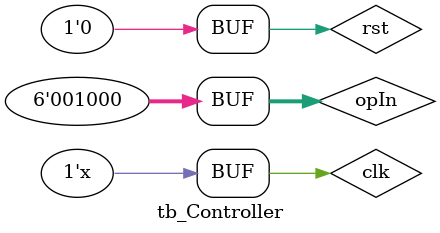
<source format=v>
`timescale 1ns / 1ps
module Controller#(parameter codeWidth = 6, MainDecodeOut = 13)
			(input [codeWidth-1:0] OpCode, Funct,
			 input clk, rst,
			 output [MainDecodeOut-1:0] DecodeOut,
			 output [2:0] ALUControlOut,
			 output [3:0] currentState);
			 
	wire [1:0] ALUOpIn;
	
	MainDecoder #(.opWidth(codeWidth)) m1
					(.opCode(OpCode), .clk(clk), .rst(rst), .ALUOp(ALUOpIn),
					 .MemtoReg(DecodeOut[MainDecodeOut-1]), .RegDst(DecodeOut[MainDecodeOut-2]), .IorD(DecodeOut[MainDecodeOut-3]),
					 .ALUSrcA(DecodeOut[MainDecodeOut-4]), .IRwrite(DecodeOut[MainDecodeOut-5]), .MemWrite(DecodeOut[MainDecodeOut-6]),
					 .PCWrite(DecodeOut[MainDecodeOut-7]), .Branch(DecodeOut[MainDecodeOut-8]), .RegWrite(DecodeOut[MainDecodeOut-9]),
					 .ALUSrcB(DecodeOut[MainDecodeOut-10:MainDecodeOut-11]), .PCSrc(DecodeOut[MainDecodeOut-12:MainDecodeOut-13]),
					 .currentState(currentState)
					 );
					 
	ALUDecoder #(.opWidth(codeWidth)) a1
						(.ALUDecodeIn(ALUOpIn), .functionCode(Funct),
						 .ALUControl(ALUControlOut));

endmodule

module MainDecoder #(parameter opWidth = 6, ALUOpWidth = 2)
					(input [opWidth-1:0] opCode,
					 input clk, rst,
					 output reg [ALUOpWidth-1:0] ALUOp,
					 output reg MemtoReg, RegDst, IorD, ALUSrcA, IRwrite,
									MemWrite, PCWrite, Branch, RegWrite,
					 output reg [1:0] ALUSrcB, PCSrc,
					 output [3:0] currentState
					 );
					 
	parameter rType = 6'b000000;
	parameter addi = 6'b001000;
	parameter lw = 6'b100011;
	parameter sw = 6'b101011;
	parameter beq = 6'b000100;
	parameter j = 6'b000010;
	reg [3:0] state = 0;
	
	//states
	parameter s0 = 0; parameter s1 = 1; parameter s2 = 2; parameter s3 = 3;
	parameter s4 = 4; parameter s5 = 5; parameter s6 = 6; parameter s7 = 7;
	parameter s8 = 8; parameter s9 = 9; parameter s10 = 10; parameter s11 = 11;
	
	assign currentState = state;
					 
	always@(posedge clk) begin
		if (rst) state <= s0;
		else
			#1 case (state)
				s0: begin
						ALUOp <= 2'b00;
						MemtoReg <= 0;
						RegDst <= 0;
						IorD <= 0;
						ALUSrcA <= 0;
						IRwrite <= 1;
						MemWrite <= 0;
						PCWrite <= 1;
						Branch <= 0;
						RegWrite <= 0;
						ALUSrcB <= 2'b01;
						PCSrc <= 2'b00;
						state <= s1;
					end
				s1: begin
						ALUOp <= 2'b00;
						MemtoReg <= 0;
						RegDst <= 0;
						IorD <= 0;
						ALUSrcA <= 0;
						IRwrite <= 0;
						MemWrite <= 0;
						PCWrite <= 0;
						Branch <= 0;
						RegWrite <= 0;
						ALUSrcB <= 2'b11;
						case (opCode)
							rType: state <= s6;
							addi: state <= s9;
							lw: state <= s2;
							sw: state <= s2;
							beq: state <= s8;
							j: state <= s11;
							default: state <= 0;
						endcase
					end
				s2: begin //s2 only if LW or SW
						ALUOp <= 2'b00;
						MemtoReg <= 0;
						RegDst <= 0;
						IorD <= 0;
						ALUSrcA <= 1;
						IRwrite <= 0;
						MemWrite <= 0;
						PCWrite <= 0;
						Branch <= 0;
						RegWrite <= 0;
						ALUSrcB <= 2'b10;
						case (opCode)
							lw: state <= s3;
							sw: state <= s5;
							default: ;
						endcase
					end
				s3: begin //s3 only if LW
						MemtoReg <= 0;
						RegDst <= 0;
						IorD <= 1;
						ALUSrcA <= 0;
						IRwrite <= 0;
						MemWrite <= 0;
						PCWrite <= 0;
						Branch <= 0;
						RegWrite <= 0;
						state <= s4;
					end
				s4: begin
						MemtoReg <= 1;
						RegDst <= 0;
						IorD <= 0;
						ALUSrcA <= 0;
						IRwrite <= 0;
						MemWrite <= 0;
						PCWrite <= 0;
						Branch <= 0;
						RegWrite <= 1;
						state <= s0; //end of LW
					end
				s5: begin //s5 only if SW
						MemtoReg <= 0;
						RegDst <= 0;
						IorD <= 1;
						ALUSrcA <= 0;
						IRwrite <= 0;
						MemWrite <= 1;
						PCWrite <= 0;
						Branch <= 0;
						RegWrite <= 0;
						state <= s0; //end of SW
					end
				s6: begin //only if rType
						ALUOp <= 2'b10; //tells ALU to check funct field of instruction
						MemtoReg <= 0;
						RegDst <= 0;
						IorD <= 0;
						ALUSrcA <= 1;
						IRwrite <= 0;
						MemWrite <= 0;
						PCWrite <= 0;
						Branch <= 0;
						RegWrite <= 0;
						ALUSrcB <= 2'b00;
						state <= s7;
					end
				s7: begin
						MemtoReg <= 0;
						RegDst <= 1;
						IorD <= 0;
						ALUSrcA <= 0;
						IRwrite <= 0;
						MemWrite <= 0;
						PCWrite <= 0;
						Branch <= 0;
						RegWrite <= 1;
						state <= s0; //end of rType
					end
				s8: begin //only if beq
						ALUOp <= 2'b01;
						MemtoReg <= 0;
						RegDst <= 0;
						IorD <= 0;
						ALUSrcA <= 1;
						IRwrite <= 0;
						MemWrite <= 0;
						PCWrite <= 0;
						Branch <= 1;
						RegWrite <= 0;
						ALUSrcB <= 2'b00;
						PCSrc <= 2'b01;
						state <= s0; //end beq
					end
				s9: begin //only if addi
						ALUOp <= 2'b00;
						MemtoReg <= 0;
						RegDst <= 0;
						IorD <= 0;
						ALUSrcA <= 1;
						IRwrite <= 0;
						MemWrite <= 0;
						PCWrite <= 0;
						Branch <= 0;
						RegWrite <= 0;
						ALUSrcB <= 2'b10;
						state <= s10;
					end
				s10: begin
						MemtoReg <= 0;
						RegDst <= 0;
						IorD <= 0;
						ALUSrcA <= 0;
						IRwrite <= 0;
						MemWrite <= 0;
						PCWrite <= 0;
						Branch <= 0;
						RegWrite <= 1;
						state <= s0; //end addi
					end
				s11: begin //only if j
						MemtoReg <= 0;
						RegDst <= 0;
						IorD <= 0;
						ALUSrcA <= 0;
						IRwrite <= 0;
						MemWrite <= 0;
						PCWrite <= 1;
						Branch <= 0;
						RegWrite <= 0;
						PCSrc <= 2'b10;
						state <= s0; //end j
					end
				default: state <= s0;
			endcase
	end
endmodule

module ALUDecoder #(parameter opWidth = 6, ALUOpWidth = 2)
						(input [ALUOpWidth-1:0] ALUDecodeIn,
						 input [opWidth-1:0] functionCode,
						 output reg [2:0] ALUControl);
	//ALUDecodeIn start					 
	parameter addOp = 2'b00;
	parameter subOp = 2'b01;
	parameter ALUOp = 2'b10;
	//ALUDecodeIn end
	
	//functionCode start
	parameter funcAdd = 6'b100000;
	parameter funcSub = 6'b100010;
	parameter funcSlt = 6'b101010;
	parameter funcAnd = 6'b100100;
	parameter funcOr = 6'b100101;
	//functionCode end
	
	//ALUControl start
	parameter ALUand = 3'b000; //a & b
	parameter ALUor = 3'b001;	// a | b
	parameter ALUadd = 3'b010;	//a + b
	parameter ALUandnot = 3'b100; //a&~b
	parameter ALUornot = 3'b101; //a|~b
	parameter ALUsub = 3'b110;	//a-b
	parameter ALUslt = 3'b111;	//set less than. Output 1 if a < b, else output 0
	//ALUControl end
	
	always@* begin
		case (ALUDecodeIn)
			addOp: ALUControl <= ALUadd;
			subOp: ALUControl <= ALUsub;
			ALUOp: begin 
						case (functionCode)
							funcAnd: ALUControl <= ALUand;
							funcOr: ALUControl <= ALUor;
							funcAdd: ALUControl <= ALUadd;
							funcSub: ALUControl <= ALUsub;
							funcSlt: ALUControl <= ALUslt;
							default: ALUControl <= ALUand;
						endcase
					 end
			default: ALUControl <= ALUand;
		endcase
	end
						 
endmodule

module tb_Controller;
	parameter addi = 6'b001000;
	parameter lw = 6'b100011;
	parameter sw = 6'b101011;
	parameter beq = 6'b000100;
	parameter j = 6'b000010;
	parameter rType = 6'b000000;
	
	parameter funcAdd = 6'b100000;
	parameter funcSub = 6'b100010;
	parameter funcSlt = 6'b101010;
	parameter funcAnd = 6'b100100;
	parameter funcOr = 6'b100101;
	
	parameter c = 6;
	parameter m = 13;
	reg [c-1:0] opIn, functIn;
	reg clk, rst;
	wire [2:0] out;
	wire [12:0] decoded;
	wire [3:0] state;
	
	Controller#(.codeWidth(c), .MainDecodeOut(m)) c1
			(.OpCode(opIn), .Funct(functIn),
			 .clk(clk), .rst(rst),
			 .DecodeOut(decoded),
			 .ALUControlOut(out),
			 .currentState(state)
			 );
	
	initial clk = 0;
	always #10 clk = ~clk;
	
	initial begin
	rst = 1; opIn = addi;
	#11 rst = 0;
	end

endmodule

</source>
